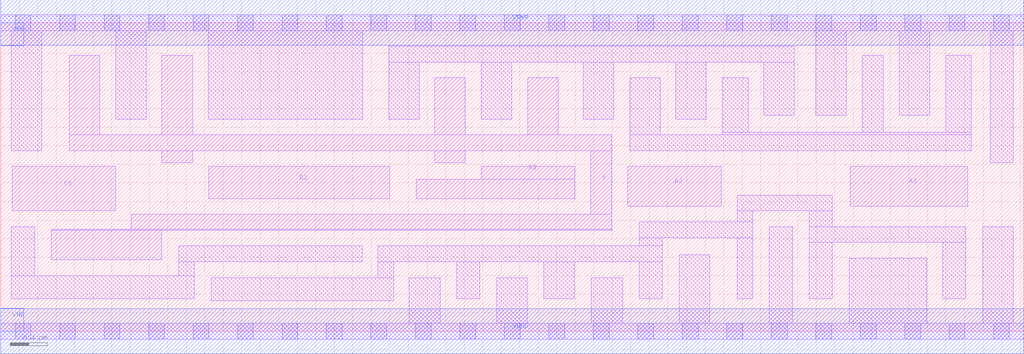
<source format=lef>
# Copyright 2020 The SkyWater PDK Authors
#
# Licensed under the Apache License, Version 2.0 (the "License");
# you may not use this file except in compliance with the License.
# You may obtain a copy of the License at
#
#     https://www.apache.org/licenses/LICENSE-2.0
#
# Unless required by applicable law or agreed to in writing, software
# distributed under the License is distributed on an "AS IS" BASIS,
# WITHOUT WARRANTIES OR CONDITIONS OF ANY KIND, either express or implied.
# See the License for the specific language governing permissions and
# limitations under the License.
#
# SPDX-License-Identifier: Apache-2.0

VERSION 5.5 ;
NAMESCASESENSITIVE ON ;
BUSBITCHARS "[]" ;
DIVIDERCHAR "/" ;
MACRO sky130_fd_sc_ms__o311ai_4
  CLASS CORE ;
  SOURCE USER ;
  ORIGIN  0.000000  0.000000 ;
  SIZE  11.04000 BY  3.330000 ;
  SYMMETRY X Y ;
  SITE unit ;
  PIN A1
    ANTENNAGATEAREA  1.116000 ;
    DIRECTION INPUT ;
    USE SIGNAL ;
    PORT
      LAYER li1 ;
        RECT 9.165000 1.350000 10.435000 1.780000 ;
    END
  END A1
  PIN A2
    ANTENNAGATEAREA  1.116000 ;
    DIRECTION INPUT ;
    USE SIGNAL ;
    PORT
      LAYER li1 ;
        RECT 6.765000 1.350000 7.775000 1.780000 ;
    END
  END A2
  PIN A3
    ANTENNAGATEAREA  1.116000 ;
    DIRECTION INPUT ;
    USE SIGNAL ;
    PORT
      LAYER li1 ;
        RECT 4.485000 1.430000 6.195000 1.640000 ;
        RECT 5.185000 1.640000 6.195000 1.780000 ;
    END
  END A3
  PIN B1
    ANTENNAGATEAREA  0.780000 ;
    DIRECTION INPUT ;
    USE SIGNAL ;
    PORT
      LAYER li1 ;
        RECT 2.245000 1.430000 4.195000 1.780000 ;
    END
  END B1
  PIN C1
    ANTENNAGATEAREA  0.780000 ;
    DIRECTION INPUT ;
    USE SIGNAL ;
    PORT
      LAYER li1 ;
        RECT 0.125000 1.300000 1.240000 1.780000 ;
    END
  END C1
  PIN Y
    ANTENNADIFFAREA  2.271700 ;
    DIRECTION OUTPUT ;
    USE SIGNAL ;
    PORT
      LAYER li1 ;
        RECT 0.545000 0.770000 1.740000 1.090000 ;
        RECT 0.545000 1.090000 6.595000 1.100000 ;
        RECT 0.740000 1.950000 6.595000 2.120000 ;
        RECT 0.740000 2.120000 1.070000 2.980000 ;
        RECT 1.410000 1.100000 6.595000 1.260000 ;
        RECT 1.740000 1.820000 2.070000 1.950000 ;
        RECT 1.740000 2.120000 2.070000 2.980000 ;
        RECT 4.685000 1.820000 5.015000 1.950000 ;
        RECT 4.685000 2.120000 5.015000 2.735000 ;
        RECT 5.685000 2.120000 6.015000 2.735000 ;
        RECT 6.365000 1.260000 6.595000 1.950000 ;
    END
  END Y
  PIN VGND
    DIRECTION INOUT ;
    USE GROUND ;
    PORT
      LAYER met1 ;
        RECT 0.000000 -0.245000 11.040000 0.245000 ;
    END
  END VGND
  PIN VNB
    DIRECTION INOUT ;
    USE GROUND ;
    PORT
      LAYER met1 ;
        RECT 0.000000 0.000000 0.250000 0.250000 ;
    END
  END VNB
  PIN VPB
    DIRECTION INOUT ;
    USE POWER ;
    PORT
      LAYER met1 ;
        RECT 0.000000 3.080000 0.250000 3.330000 ;
    END
  END VPB
  PIN VPWR
    DIRECTION INOUT ;
    USE POWER ;
    PORT
      LAYER met1 ;
        RECT 0.000000 3.085000 11.040000 3.575000 ;
    END
  END VPWR
  OBS
    LAYER li1 ;
      RECT  0.000000 -0.085000 11.040000 0.085000 ;
      RECT  0.000000  3.245000 11.040000 3.415000 ;
      RECT  0.115000  0.350000  2.090000 0.600000 ;
      RECT  0.115000  0.600000  0.365000 1.130000 ;
      RECT  0.115000  1.950000  0.445000 3.245000 ;
      RECT  1.240000  2.290000  1.570000 3.245000 ;
      RECT  1.920000  0.600000  2.090000 0.750000 ;
      RECT  1.920000  0.750000  3.900000 0.920000 ;
      RECT  2.240000  2.290000  3.905000 3.245000 ;
      RECT  2.270000  0.330000  4.240000 0.580000 ;
      RECT  4.070000  0.580000  4.240000 0.750000 ;
      RECT  4.070000  0.750000  7.140000 0.920000 ;
      RECT  4.185000  2.290000  4.515000 2.905000 ;
      RECT  4.185000  2.905000  8.565000 3.075000 ;
      RECT  4.410000  0.085000  4.740000 0.580000 ;
      RECT  4.920000  0.350000  5.170000 0.750000 ;
      RECT  5.185000  2.290000  5.515000 2.905000 ;
      RECT  5.350000  0.085000  5.680000 0.580000 ;
      RECT  5.860000  0.350000  6.190000 0.750000 ;
      RECT  6.285000  2.290000  6.615000 2.905000 ;
      RECT  6.370000  0.085000  6.710000 0.580000 ;
      RECT  6.785000  1.950000 10.475000 2.120000 ;
      RECT  6.785000  2.120000  7.115000 2.735000 ;
      RECT  6.890000  0.350000  7.140000 0.750000 ;
      RECT  6.890000  0.920000  7.140000 1.010000 ;
      RECT  6.890000  1.010000  8.115000 1.180000 ;
      RECT  7.285000  2.290000  7.615000 2.905000 ;
      RECT  7.320000  0.085000  7.650000 0.825000 ;
      RECT  7.785000  2.120000 10.475000 2.150000 ;
      RECT  7.785000  2.150000  8.065000 2.735000 ;
      RECT  7.945000  0.350000  8.115000 1.010000 ;
      RECT  7.945000  1.180000  8.115000 1.300000 ;
      RECT  7.945000  1.300000  8.975000 1.470000 ;
      RECT  8.235000  2.330000  8.565000 2.905000 ;
      RECT  8.295000  0.085000  8.545000 1.130000 ;
      RECT  8.725000  0.350000  8.975000 0.960000 ;
      RECT  8.725000  0.960000 10.415000 1.130000 ;
      RECT  8.725000  1.130000  8.975000 1.300000 ;
      RECT  8.795000  2.330000  9.125000 3.245000 ;
      RECT  9.155000  0.085000  9.995000 0.790000 ;
      RECT  9.295000  2.150000  9.525000 2.980000 ;
      RECT  9.695000  2.330000 10.025000 3.245000 ;
      RECT 10.165000  0.350000 10.415000 0.960000 ;
      RECT 10.195000  2.150000 10.475000 2.980000 ;
      RECT 10.595000  0.085000 10.925000 1.130000 ;
      RECT 10.675000  1.820000 10.925000 3.245000 ;
    LAYER mcon ;
      RECT  0.155000 -0.085000  0.325000 0.085000 ;
      RECT  0.155000  3.245000  0.325000 3.415000 ;
      RECT  0.635000 -0.085000  0.805000 0.085000 ;
      RECT  0.635000  3.245000  0.805000 3.415000 ;
      RECT  1.115000 -0.085000  1.285000 0.085000 ;
      RECT  1.115000  3.245000  1.285000 3.415000 ;
      RECT  1.595000 -0.085000  1.765000 0.085000 ;
      RECT  1.595000  3.245000  1.765000 3.415000 ;
      RECT  2.075000 -0.085000  2.245000 0.085000 ;
      RECT  2.075000  3.245000  2.245000 3.415000 ;
      RECT  2.555000 -0.085000  2.725000 0.085000 ;
      RECT  2.555000  3.245000  2.725000 3.415000 ;
      RECT  3.035000 -0.085000  3.205000 0.085000 ;
      RECT  3.035000  3.245000  3.205000 3.415000 ;
      RECT  3.515000 -0.085000  3.685000 0.085000 ;
      RECT  3.515000  3.245000  3.685000 3.415000 ;
      RECT  3.995000 -0.085000  4.165000 0.085000 ;
      RECT  3.995000  3.245000  4.165000 3.415000 ;
      RECT  4.475000 -0.085000  4.645000 0.085000 ;
      RECT  4.475000  3.245000  4.645000 3.415000 ;
      RECT  4.955000 -0.085000  5.125000 0.085000 ;
      RECT  4.955000  3.245000  5.125000 3.415000 ;
      RECT  5.435000 -0.085000  5.605000 0.085000 ;
      RECT  5.435000  3.245000  5.605000 3.415000 ;
      RECT  5.915000 -0.085000  6.085000 0.085000 ;
      RECT  5.915000  3.245000  6.085000 3.415000 ;
      RECT  6.395000 -0.085000  6.565000 0.085000 ;
      RECT  6.395000  3.245000  6.565000 3.415000 ;
      RECT  6.875000 -0.085000  7.045000 0.085000 ;
      RECT  6.875000  3.245000  7.045000 3.415000 ;
      RECT  7.355000 -0.085000  7.525000 0.085000 ;
      RECT  7.355000  3.245000  7.525000 3.415000 ;
      RECT  7.835000 -0.085000  8.005000 0.085000 ;
      RECT  7.835000  3.245000  8.005000 3.415000 ;
      RECT  8.315000 -0.085000  8.485000 0.085000 ;
      RECT  8.315000  3.245000  8.485000 3.415000 ;
      RECT  8.795000 -0.085000  8.965000 0.085000 ;
      RECT  8.795000  3.245000  8.965000 3.415000 ;
      RECT  9.275000 -0.085000  9.445000 0.085000 ;
      RECT  9.275000  3.245000  9.445000 3.415000 ;
      RECT  9.755000 -0.085000  9.925000 0.085000 ;
      RECT  9.755000  3.245000  9.925000 3.415000 ;
      RECT 10.235000 -0.085000 10.405000 0.085000 ;
      RECT 10.235000  3.245000 10.405000 3.415000 ;
      RECT 10.715000 -0.085000 10.885000 0.085000 ;
      RECT 10.715000  3.245000 10.885000 3.415000 ;
  END
END sky130_fd_sc_ms__o311ai_4

</source>
